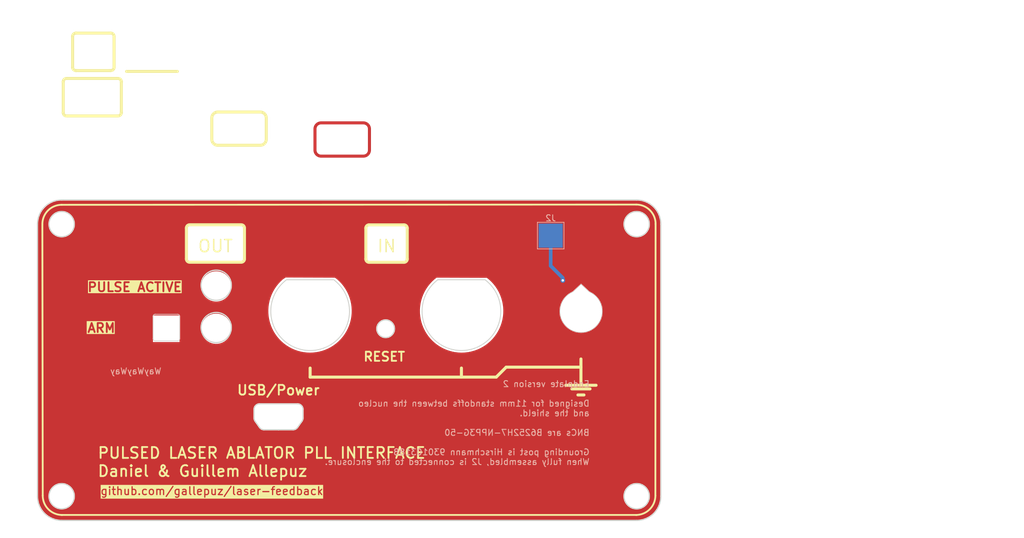
<source format=kicad_pcb>
(kicad_pcb (version 20221018) (generator pcbnew)
  (layers (0 "F.Cu" signal) (31 "B.Cu" signal) (34 "B.Paste" user) (35 "F.Paste" user) (36 "B.SilkS" user "B.Silkscreen") (37 "F.SilkS" user "F.Silkscreen") (38 "B.Mask" user) (39 "F.Mask" user) (44 "Edge.Cuts" user))
  (net 0 "")
  (net 1 "GNDREF")
  (footprint "TestPoint:TestPoint_Pad_4.0x4.0mm" (layer "B.Cu") (at 176 70 180)
    (fp_text reference "J2" (at 0 2.898) (layer "B.SilkS") (effects (justify mirror)))
    (fp_text value "Conn_01x01_Pin")
    (fp_line (start -2.2 -2.2) (end -2.2 2.2) (stroke (width 0.12)) (layer "B.SilkS"))
    (fp_line (start -2.2 2.2) (end 2.2 2.2) (stroke (width 0.12)) (layer "B.SilkS"))
    (fp_line (start 2.2 -2.2) (end -2.2 -2.2) (stroke (width 0.12)) (layer "B.SilkS"))
    (fp_line (start 2.2 2.2) (end 2.2 -2.2) (stroke (width 0.12)) (layer "B.SilkS"))
    (pad "1" smd rect (at 0 0 180) (size 4 4) (layers "B.Cu" "B.Mask") (net 1 "GNDREF"))
  )
  (gr_poly (pts (arc (start 138.05 51.35) (mid 137.342893 51.642893) (end 137.05 52.35)) (arc (start 137.05 55.85) (mid 137.342893 56.557107) (end 138.05 56.85)) (arc (start 145.05 56.85) (mid 145.757107 56.557107) (end 146.05 55.85)) (arc (start 146.05 52.35) (mid 145.757107 51.642893) (end 145.05 51.35))) (stroke (width 0.5)) (fill none) (layer "F.Cu"))
  (gr_line (start 96.05 44) (end 104.45 44) (stroke (width 0.5)) (layer "F.SilkS"))
  (gr_line (start 97 42.15) (end 97 37.05) (stroke (width 0.5)) (layer "F.SilkS"))
  (gr_line (start 178.5 94.75) (end 183.5 94.75) (stroke (width 0.5)) (layer "F.SilkS"))
  (gr_arc (start 146 74.411091) (mid 145.611091 74.25) (end 145.45 73.861091) (stroke (width 0.5)) (layer "F.SilkS"))
  (gr_line (start 146 68.211092) (end 151.700001 68.211092) (stroke (width 0.5)) (layer "F.SilkS"))
  (gr_line (start 167 93.4) (end 136.25 93.4) (stroke (width 0.5)) (layer "F.SilkS"))
  (gr_line (start 181 91.75) (end 168.65 91.75) (stroke (width 0.5)) (layer "F.SilkS"))
  (gr_line (start 114.311091 42.838909) (end 105.911091 42.838909) (stroke (width 0.5)) (layer "F.SilkS"))
  (gr_line (start 161.25 93.4) (end 161.25 91.9) (stroke (width 0.5)) (layer "F.SilkS"))
  (gr_line (start 97.55 36.500001) (end 103.250001 36.500001) (stroke (width 0.5)) (layer "F.SilkS"))
  (gr_line (start 95.2 64.9) (end 190.137258 64.862742) (stroke (width 0.3)) (layer "F.SilkS"))
  (gr_arc (start 105.049999 49.649999) (mid 104.888908 50.038908) (end 104.499999 50.199999) (stroke (width 0.5)) (layer "F.SilkS"))
  (gr_line (start 181 90.4) (end 181 94.75) (stroke (width 0.5)) (layer "F.SilkS"))
  (gr_arc (start 97.000001 37.050001) (mid 97.161092 36.661092) (end 97.550001 36.500001) (stroke (width 0.5)) (layer "F.SilkS"))
  (gr_line (start 190.2 116.2) (end 95.2 116.2) (stroke (width 0.3)) (layer "F.SilkS"))
  (gr_line (start 116.4 68.2) (end 124.8 68.2) (stroke (width 0.5)) (layer "F.SilkS"))
  (gr_line (start 104.45 50.2) (end 96.05 50.2) (stroke (width 0.5)) (layer "F.SilkS"))
  (gr_line (start 92.062742 113) (end 92 68.2) (stroke (width 0.3)) (layer "F.SilkS"))
  (gr_arc (start 116.35 74.4) (mid 115.961091 74.238909) (end 115.8 73.85) (stroke (width 0.5)) (layer "F.SilkS"))
  (gr_arc (start 115.800001 68.750001) (mid 115.961092 68.361092) (end 116.350001 68.200001) (stroke (width 0.5)) (layer "F.SilkS"))
  (gr_arc (start 193.3 113) (mid 192.362742 115.262742) (end 190.1 116.2) (stroke (width 0.3)) (layer "F.SilkS"))
  (gr_arc (start 145.450001 68.761092) (mid 145.611092 68.372183) (end 146.000001 68.211092) (stroke (width 0.5)) (layer "F.SilkS"))
  (gr_arc (start 95.262742 116.2) (mid 93 115.262742) (end 92.062742 113) (stroke (width 0.3)) (layer "F.SilkS"))
  (gr_line (start 152.300001 68.761092) (end 152.300001 73.861092) (stroke (width 0.5)) (layer "F.SilkS"))
  (gr_line (start 105.05 44.55) (end 105.05 49.65) (stroke (width 0.5)) (layer "F.SilkS"))
  (gr_line (start 168.65 91.75) (end 167 93.4) (stroke (width 0.5)) (layer "F.SilkS"))
  (gr_line (start 145.45 73.861091) (end 145.45 68.761091) (stroke (width 0.5)) (layer "F.SilkS"))
  (gr_arc (start 95.450001 44.550001) (mid 95.611092 44.161092) (end 96.000001 44.000001) (stroke (width 0.5)) (layer "F.SilkS"))
  (gr_line (start 136.25 93.4) (end 136.25 91.9) (stroke (width 0.5)) (layer "F.SilkS"))
  (gr_line (start 146 74.411091) (end 151.700001 74.411091) (stroke (width 0.5)) (layer "F.SilkS"))
  (gr_arc (start 103.85 42.15) (mid 103.688909 42.538909) (end 103.3 42.7) (stroke (width 0.5)) (layer "F.SilkS"))
  (gr_arc (start 97.55 42.7) (mid 97.161091 42.538909) (end 97 42.15) (stroke (width 0.5)) (layer "F.SilkS"))
  (gr_line (start 180.5 96.35) (end 181.5 96.35) (stroke (width 0.5)) (layer "F.SilkS"))
  (gr_line (start 95.45 49.65) (end 95.45 44.55) (stroke (width 0.5)) (layer "F.SilkS"))
  (gr_arc (start 152.3 73.861091) (mid 152.138909 74.25) (end 151.75 74.411091) (stroke (width 0.5)) (layer "F.SilkS"))
  (gr_arc (start 125.399999 73.849999) (mid 125.238908 74.238908) (end 124.849999 74.399999) (stroke (width 0.5)) (layer "F.SilkS"))
  (gr_arc (start 92 68.1) (mid 92.937258 65.837258) (end 95.2 64.9) (stroke (width 0.3)) (layer "F.SilkS"))
  (gr_line (start 179.5 95.35) (end 182.5 95.35) (stroke (width 0.5)) (layer "F.SilkS"))
  (gr_arc (start 124.85 68.2) (mid 125.238909 68.361091) (end 125.4 68.75) (stroke (width 0.5)) (layer "F.SilkS"))
  (gr_poly (pts (arc (start 121 49.55) (mid 120.292893 49.842893) (end 120 50.55)) (arc (start 120 54.05) (mid 120.292893 54.757107) (end 121 55.05)) (arc (start 128 55.05) (mid 128.707107 54.757107) (end 129 54.05)) (arc (start 129 50.55) (mid 128.707107 49.842893) (end 128 49.55))) (stroke (width 0.5)) (fill none) (layer "F.SilkS"))
  (gr_arc (start 151.750001 68.211092) (mid 152.138909 68.372184) (end 152.300001 68.761092) (stroke (width 0.5)) (layer "F.SilkS"))
  (gr_line (start 97.55 42.7) (end 103.250001 42.7) (stroke (width 0.5)) (layer "F.SilkS"))
  (gr_arc (start 96 50.2) (mid 95.611091 50.038909) (end 95.45 49.65) (stroke (width 0.5)) (layer "F.SilkS"))
  (gr_line (start 103.850001 37.050001) (end 103.850001 42.150001) (stroke (width 0.5)) (layer "F.SilkS"))
  (gr_line (start 193.337258 68.062742) (end 193.3 113) (stroke (width 0.3)) (layer "F.SilkS"))
  (gr_line (start 115.8 73.85) (end 115.8 68.75) (stroke (width 0.5)) (layer "F.SilkS"))
  (gr_arc (start 104.5 44) (mid 104.888909 44.161091) (end 105.05 44.55) (stroke (width 0.5)) (layer "F.SilkS"))
  (gr_line (start 124.8 74.4) (end 116.4 74.4) (stroke (width 0.5)) (layer "F.SilkS"))
  (gr_arc (start 190.137258 64.862742) (mid 192.4 65.8) (end 193.337258 68.062742) (stroke (width 0.3)) (layer "F.SilkS"))
  (gr_arc (start 103.300001 36.500001) (mid 103.68891 36.661092) (end 103.850001 37.050001) (stroke (width 0.5)) (layer "F.SilkS"))
  (gr_line (start 125.4 68.75) (end 125.4 73.85) (stroke (width 0.5)) (layer "F.SilkS"))
  (gr_line (start 194.2 113.1) (end 194.2 68.1) (stroke (width 0.2)) (layer "Edge.Cuts"))
  (gr_circle (center 120.73 78.2) (end 123.23 78.2) (stroke (width 0.2)) (fill none) (layer "Edge.Cuts"))
  (gr_arc (start 95.2 117.1) (mid 92.371573 115.928427) (end 91.2 113.1) (stroke (width 0.2)) (layer "Edge.Cuts"))
  (gr_line (start 157.35 77.300002) (end 165.15 77.300002) (stroke (width 0.15)) (layer "Edge.Cuts"))
  (gr_line (start 95.2 117.1) (end 190.2 117.1) (stroke (width 0.2)) (layer "Edge.Cuts"))
  (gr_arc (start 110.65 87.4) (mid 110.402513 87.297487) (end 110.3 87.05) (stroke (width 0.1)) (layer "Edge.Cuts"))
  (gr_arc (start 134.17829 101.733572) (mid 133.857004 102.013973) (end 133.442706 102.115) (stroke (width 0.2)) (layer "Edge.Cuts"))
  (gr_line (start 110.3 83.35) (end 110.3 87.05) (stroke (width 0.1)) (layer "Edge.Cuts"))
  (gr_line (start 132.35 77.300002) (end 140.15 77.300002) (stroke (width 0.15)) (layer "Edge.Cuts"))
  (gr_arc (start 165.15 77.300002) (mid 161.25 88.999998) (end 157.35 77.300002) (stroke (width 0.15)) (layer "Edge.Cuts"))
  (gr_arc (start 110.3 83.35) (mid 110.402513 83.102513) (end 110.65 83) (stroke (width 0.1)) (layer "Edge.Cuts"))
  (gr_line (start 135.077901 98.715) (end 135.077901 100.172143) (stroke (width 0.2)) (layer "Edge.Cuts"))
  (gr_line (start 114.7 87.05) (end 114.7 83.35) (stroke (width 0.1)) (layer "Edge.Cuts"))
  (gr_circle (center 148.729549 85.4) (end 150.199549 85.4) (stroke (width 0.2)) (fill none) (layer "Edge.Cuts"))
  (gr_circle (center 190.21 68.1) (end 192.3055 68.1) (stroke (width 0.2)) (fill none) (layer "Edge.Cuts"))
  (gr_arc (start 140.15 77.300002) (mid 136.25 88.999998) (end 132.35 77.300002) (stroke (width 0.15)) (layer "Edge.Cuts"))
  (gr_arc (start 181.021282 86.018008) (mid 177.59277 83.221733) (end 179.642564 79.301) (stroke (width 0.1)) (layer "Edge.Cuts"))
  (gr_line (start 127.877901 97.815) (end 134.177901 97.815) (stroke (width 0.2)) (layer "Edge.Cuts"))
  (gr_circle (center 95.19 68.1) (end 97.2855 68.1) (stroke (width 0.2)) (fill none) (layer "Edge.Cuts"))
  (gr_arc (start 114.35 83) (mid 114.597487 83.102513) (end 114.7 83.35) (stroke (width 0.1)) (layer "Edge.Cuts"))
  (gr_line (start 114.35 83) (end 110.65 83) (stroke (width 0.1)) (layer "Edge.Cuts"))
  (gr_circle (center 95.19 113.1) (end 97.2855 113.1) (stroke (width 0.2)) (fill none) (layer "Edge.Cuts"))
  (gr_line (start 134.913484 100.690715) (end 134.17829 101.733572) (stroke (width 0.2)) (layer "Edge.Cuts"))
  (gr_arc (start 182.4 79.301) (mid 184.449808 83.22173) (end 181.021282 86.018008) (stroke (width 0.1)) (layer "Edge.Cuts"))
  (gr_circle (center 120.73 85.2) (end 123.23 85.2) (stroke (width 0.2)) (fill none) (layer "Edge.Cuts"))
  (gr_arc (start 135.077901 100.172143) (mid 135.035812 100.444149) (end 134.913484 100.690715) (stroke (width 0.2)) (layer "Edge.Cuts"))
  (gr_line (start 133.442706 102.115) (end 131.032901 102.115) (stroke (width 0.2)) (layer "Edge.Cuts"))
  (gr_line (start 182.4 79.301) (end 181.021282 78.018008) (stroke (width 0.1)) (layer "Edge.Cuts"))
  (gr_arc (start 126.977901 98.715) (mid 127.241505 98.078604) (end 127.877901 97.815) (stroke (width 0.2)) (layer "Edge.Cuts"))
  (gr_arc (start 91.2 68.1) (mid 92.371573 65.271573) (end 95.2 64.1) (stroke (width 0.2)) (layer "Edge.Cuts"))
  (gr_line (start 190.2 64.1) (end 95.2 64.1) (stroke (width 0.2)) (layer "Edge.Cuts"))
  (gr_line (start 181.021282 78.018008) (end 179.642564 79.301) (stroke (width 0.1)) (layer "Edge.Cuts"))
  (gr_line (start 91.2 68.1) (end 91.2 113.1) (stroke (width 0.2)) (layer "Edge.Cuts"))
  (gr_line (start 131.032901 102.115) (end 131.022901 102.115) (stroke (width 0.2)) (layer "Edge.Cuts"))
  (gr_line (start 126.977901 100.172143) (end 126.977901 98.715) (stroke (width 0.2)) (layer "Edge.Cuts"))
  (gr_arc (start 190.2 64.1) (mid 193.028427 65.271573) (end 194.2 68.1) (stroke (width 0.2)) (layer "Edge.Cuts"))
  (gr_arc (start 114.7 87.05) (mid 114.597487 87.297487) (end 114.35 87.4) (stroke (width 0.1)) (layer "Edge.Cuts"))
  (gr_line (start 131.022901 102.115) (end 128.613095 102.115) (stroke (width 0.2)) (layer "Edge.Cuts"))
  (gr_arc (start 194.2 113.1) (mid 193.028427 115.928427) (end 190.2 117.1) (stroke (width 0.2)) (layer "Edge.Cuts"))
  (gr_arc (start 134.177901 97.815) (mid 134.814297 98.078604) (end 135.077901 98.715) (stroke (width 0.2)) (layer "Edge.Cuts"))
  (gr_arc (start 127.142317 100.690715) (mid 127.019989 100.444149) (end 126.977901 100.172143) (stroke (width 0.2)) (layer "Edge.Cuts"))
  (gr_line (start 110.65 87.4) (end 114.35 87.4) (stroke (width 0.1)) (layer "Edge.Cuts"))
  (gr_arc (start 128.613095 102.115) (mid 128.198798 102.013973) (end 127.877512 101.733572) (stroke (width 0.2)) (layer "Edge.Cuts"))
  (gr_line (start 127.877512 101.733572) (end 127.142317 100.690715) (stroke (width 0.2)) (layer "Edge.Cuts"))
  (gr_circle (center 190.21 113.1) (end 192.3055 113.1) (stroke (width 0.2)) (fill none) (layer "Edge.Cuts"))
  (gr_text "Endplate version 2\n\nDesigned for 11mm standoffs between the nucleo\nand the shield.\n\nBNCs are B6252H7-NPP3G-50\n\nGrounding post is Hirschmann 930103188\nWhen fully assembled, J2 is connected to the enclosure." (at 182.5 108) (layer "B.SilkS") (effects (font (size 1 1)) (justify left bottom mirror)))
  (gr_text "WayWayWay" (at 111.75 93) (layer "B.SilkS") (effects (font (size 1 1)) (justify left bottom mirror)))
  (gr_text "Daniel & Guillem Allepuz" (at 101 110) (layer "F.SilkS") (effects (font (size 1.8 1.8) (thickness 0.3) bold) (justify left bottom)))
  (gr_text "OUT" (at 120.6 72.9) (layer "F.SilkS") (effects (font (size 2 2) (thickness 0.25)) (justify bottom)))
  (gr_text "USB/Power" (at 131 96.5) (layer "F.SilkS") (effects (font (size 1.6 1.6) (thickness 0.3)) (justify bottom)))
  (gr_text "RESET" (at 148.5 90.9) (layer "F.SilkS") (effects (font (size 1.5 1.5) (thickness 0.3)) (justify bottom)))
  (gr_text "PULSED LASER ABLATOR PLL INTERFACE" (at 101 107) (layer "F.SilkS") (effects (font (size 1.8 1.8) (thickness 0.3) bold) (justify left bottom)))
  (gr_text "ARM" (at 101.75 86.15) (layer "F.SilkS" knockout) (effects (font (size 1.5 1.5) (thickness 0.3)) (justify bottom)))
  (gr_text "PULSE ACTIVE" (at 107.25 79.4) (layer "F.SilkS" knockout) (effects (font (size 1.5 1.5) (thickness 0.3)) (justify bottom)))
  (gr_text "github.com/gallepuz/laser-feedback" (at 101.5 113) (layer "F.SilkS" knockout) (effects (font (size 1.3 1.3) (thickness 0.2)) (justify left bottom)))
  (gr_text "IN" (at 148.9 72.9) (layer "F.SilkS") (effects (font (size 2 2) (thickness 0.25)) (justify bottom)))
  (via (at 178 77.4) (size 0.8) (drill 0.4) (layers "F.Cu" "B.Cu") (net 1))
  (segment (start 176 75) (end 178 77) (width 0.6) (layer "B.Cu") (net 1))
  (segment (start 176 70) (end 176 75) (width 0.6) (layer "B.Cu") (net 1))
  (zone (net 1) (net_name "GNDREF") (layer "F.Cu") (connect_pads (clearance 0.5)) (min_thickness 0.25) (fill yes (thermal_gap 0.8) (thermal_bridge_width 0.5) (smoothing fillet) (island_removal_mode 1) (island_area_min 10))
    (polygon (pts (xy 85 60) (xy 200 60) (xy 200 120) (xy 85 120)))
  )
  (zone (net 0) (net_name "") (layer "F.Cu") (connect_pads (clearance 0)) (min_thickness 0.25)
    (keepout (tracks allowed) (vias allowed) (pads allowed) (copperpour not_allowed) (footprints allowed))
    (fill (thermal_gap 0.8) (thermal_bridge_width 0.5) (island_removal_mode 1) (island_area_min 10))
    (polygon (pts (xy 157.15 76.948802) (xy 156.789331 77.234459) (xy 156.406108 77.590021) (xy 156.050945 77.973614) (xy 155.725887 78.383031) (xy 155.432805 78.815913) (xy 155.173385 79.26977) (xy 154.949122 79.741989) (xy 154.761306 80.229851) (xy 154.611019 80.730548) (xy 154.499125 81.241199) (xy 154.426268 81.758864) (xy 154.392868 82.280562) (xy 154.399118 82.80329) (xy 154.444981 83.324041) (xy 154.530192 83.839815) (xy 154.654263 84.347645) (xy 154.816478 84.844607) (xy 155.015904 85.327839) (xy 155.251393 85.794561) (xy 155.521588 86.242086) (xy 155.824936 86.667838) (xy 156.15969 87.069366) (xy 156.523922 87.444359) (xy 156.915536 87.790657) (xy 157.332278 88.106268) (xy 157.771749 88.389376) (xy 158.231419 88.638349) (xy 158.708643 88.851756) (xy 159.200672 89.028367) (xy 159.704675 89.167166) (xy 160.217751 89.267354) (xy 160.736946 89.328354) (xy 161.259271 89.349816) (xy 161.781721 89.331615) (xy 162.301286 89.273857) (xy 162.814977 89.176873) (xy 163.319837 89.041223) (xy 163.81296 88.867686) (xy 164.291506 88.657263) (xy 164.752721 88.411164) (xy 165.193951 88.130805) (xy 165.612655 87.817801) (xy 166.006423 87.473954) (xy 166.372989 87.101242) (xy 166.710242 86.701812) (xy 167.016241 86.277962) (xy 167.289225 85.832132) (xy 167.527622 85.366889) (xy 167.730061 84.88491) (xy 167.895375 84.388971) (xy 168.022613 83.881926) (xy 168.111043 83.366693) (xy 168.160155 82.846239) (xy 168.169667 82.323559) (xy 168.139524 81.801663) (xy 168.069901 81.283554) (xy 167.961196 80.772215) (xy 167.814037 80.270589) (xy 167.62927 79.781564) (xy 167.407959 79.307954) (xy 167.151377 78.852487) (xy 166.861003 78.417784) (xy 166.538506 78.006346) (xy 166.185745 77.620544) (xy 165.804749 77.262596) (xy 165.45 76.976456)))
  )
  (zone (net 0) (net_name "") (layer "F.Cu") (connect_pads (clearance 0)) (min_thickness 0.25)
    (keepout (tracks allowed) (vias allowed) (pads allowed) (copperpour not_allowed) (footprints allowed))
    (fill (thermal_gap 0.5) (thermal_bridge_width 0.5))
    (polygon (pts (xy 145.45 68.25) (xy 152.25 68.25) (xy 152.25 74.4) (xy 145.45 74.4)))
  )
  (zone (net 0) (net_name "") (layer "F.Cu") (connect_pads (clearance 0)) (min_thickness 0.25)
    (keepout (tracks allowed) (vias allowed) (pads allowed) (copperpour not_allowed) (footprints allowed))
    (fill (thermal_gap 0.8) (thermal_bridge_width 0.5) (island_removal_mode 1) (island_area_min 10))
    (polygon (pts (xy 132.2 76.924149) (xy 131.739021 77.233834) (xy 131.355798 77.589396) (xy 131.000635 77.972989) (xy 130.675577 78.382406) (xy 130.382495 78.815288) (xy 130.123075 79.269145) (xy 129.898812 79.741364) (xy 129.710996 80.229226) (xy 129.560709 80.729923) (xy 129.448815 81.240574) (xy 129.375958 81.758239) (xy 129.342558 82.279937) (xy 129.348808 82.802665) (xy 129.394671 83.323416) (xy 129.479882 83.83919) (xy 129.603953 84.34702) (xy 129.766168 84.843982) (xy 129.965594 85.327214) (xy 130.201083 85.793936) (xy 130.471278 86.241461) (xy 130.774626 86.667213) (xy 131.10938 87.068741) (xy 131.473612 87.443734) (xy 131.865226 87.790032) (xy 132.281968 88.105643) (xy 132.721439 88.388751) (xy 133.181109 88.637724) (xy 133.658333 88.851131) (xy 134.150362 89.027742) (xy 134.654365 89.166541) (xy 135.167441 89.266729) (xy 135.686636 89.327729) (xy 136.208961 89.349191) (xy 136.731411 89.33099) (xy 137.250976 89.273232) (xy 137.764667 89.176248) (xy 138.269527 89.040598) (xy 138.76265 88.867061) (xy 139.241196 88.656638) (xy 139.702411 88.410539) (xy 140.143641 88.13018) (xy 140.562345 87.817176) (xy 140.956113 87.473329) (xy 141.322679 87.100617) (xy 141.659932 86.701187) (xy 141.965931 86.277337) (xy 142.238915 85.831507) (xy 142.477312 85.366264) (xy 142.679751 84.884285) (xy 142.845065 84.388346) (xy 142.972303 83.881301) (xy 143.060733 83.366068) (xy 143.109845 82.845614) (xy 143.119357 82.322934) (xy 143.089214 81.801038) (xy 143.019591 81.282929) (xy 142.910886 80.77159) (xy 142.763727 80.269964) (xy 142.57896 79.780939) (xy 142.357649 79.307329) (xy 142.101067 78.851862) (xy 141.810693 78.417159) (xy 141.488196 78.005721) (xy 141.135435 77.619919) (xy 140.754439 77.261971) (xy 140.35 76.951496)))
  )
  (zone (net 0) (net_name "") (layer "F.Cu") (connect_pads (clearance 0)) (min_thickness 0.25)
    (keepout (tracks allowed) (vias allowed) (pads allowed) (copperpour not_allowed) (footprints allowed))
    (fill (thermal_gap 0.5) (thermal_bridge_width 0.5))
    (polygon (pts (xy 115.8 68.15) (xy 125.4 68.15) (xy 125.4 74.4) (xy 115.8 74.4)))
  )
)
</source>
